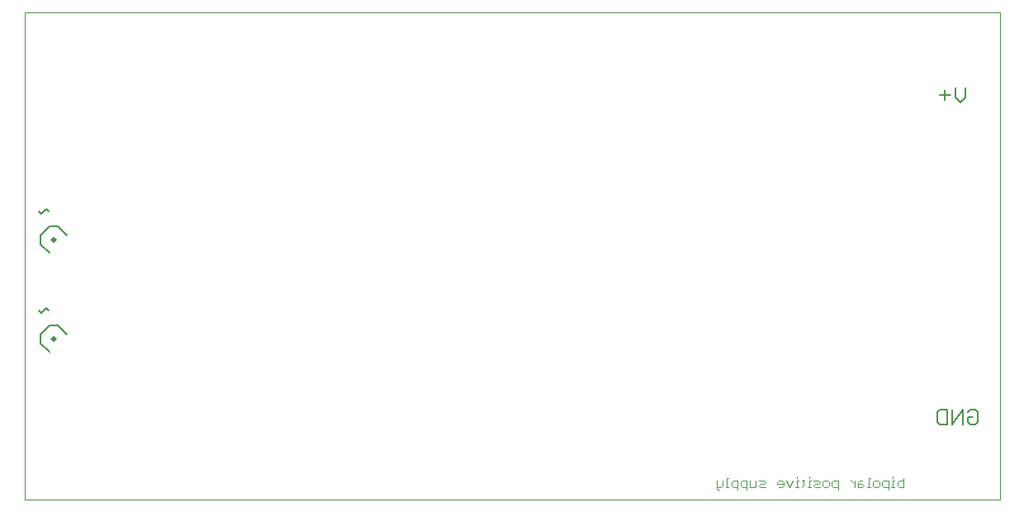
<source format=gbo>
G75*
%MOIN*%
%OFA0B0*%
%FSLAX25Y25*%
%IPPOS*%
%LPD*%
%AMOC8*
5,1,8,0,0,1.08239X$1,22.5*
%
%ADD10C,0.00300*%
%ADD11C,0.00500*%
%ADD12C,0.00000*%
%ADD13C,0.00800*%
%ADD14R,0.02000X0.02000*%
D10*
X0284369Y0012673D02*
X0284986Y0012055D01*
X0285603Y0012055D01*
X0284369Y0012673D02*
X0284369Y0015759D01*
X0286838Y0015759D02*
X0286838Y0013907D01*
X0286220Y0013290D01*
X0284369Y0013290D01*
X0288059Y0013290D02*
X0289293Y0013290D01*
X0288676Y0013290D02*
X0288676Y0016993D01*
X0289293Y0016993D01*
X0291125Y0015759D02*
X0290507Y0015141D01*
X0290507Y0013907D01*
X0291125Y0013290D01*
X0292976Y0013290D01*
X0292976Y0012055D02*
X0292976Y0015759D01*
X0291125Y0015759D01*
X0294190Y0015141D02*
X0294190Y0013907D01*
X0294808Y0013290D01*
X0296659Y0013290D01*
X0297874Y0013290D02*
X0297874Y0015759D01*
X0296659Y0015759D02*
X0294808Y0015759D01*
X0294190Y0015141D01*
X0296659Y0015759D02*
X0296659Y0012055D01*
X0297874Y0013290D02*
X0299725Y0013290D01*
X0300342Y0013907D01*
X0300342Y0015759D01*
X0301557Y0015759D02*
X0303408Y0015759D01*
X0304026Y0015141D01*
X0303408Y0014524D01*
X0302174Y0014524D01*
X0301557Y0013907D01*
X0302174Y0013290D01*
X0304026Y0013290D01*
X0308923Y0014524D02*
X0308923Y0015141D01*
X0309540Y0015759D01*
X0310775Y0015759D01*
X0311392Y0015141D01*
X0311392Y0013907D01*
X0310775Y0013290D01*
X0309540Y0013290D01*
X0308923Y0014524D02*
X0311392Y0014524D01*
X0312606Y0015759D02*
X0313841Y0013290D01*
X0315075Y0015759D01*
X0316913Y0015759D02*
X0316913Y0013290D01*
X0317530Y0013290D02*
X0316296Y0013290D01*
X0318751Y0013290D02*
X0319369Y0013907D01*
X0319369Y0016376D01*
X0319986Y0015759D02*
X0318751Y0015759D01*
X0317530Y0015759D02*
X0316913Y0015759D01*
X0316913Y0016993D02*
X0316913Y0017610D01*
X0321824Y0017610D02*
X0321824Y0016993D01*
X0321824Y0015759D02*
X0321824Y0013290D01*
X0322441Y0013290D02*
X0321207Y0013290D01*
X0323656Y0013907D02*
X0324273Y0014524D01*
X0325507Y0014524D01*
X0326124Y0015141D01*
X0325507Y0015759D01*
X0323656Y0015759D01*
X0322441Y0015759D02*
X0321824Y0015759D01*
X0323656Y0013907D02*
X0324273Y0013290D01*
X0326124Y0013290D01*
X0327339Y0013907D02*
X0327339Y0015141D01*
X0327956Y0015759D01*
X0329190Y0015759D01*
X0329808Y0015141D01*
X0329808Y0013907D01*
X0329190Y0013290D01*
X0327956Y0013290D01*
X0327339Y0013907D01*
X0331022Y0013907D02*
X0331022Y0015141D01*
X0331639Y0015759D01*
X0333491Y0015759D01*
X0333491Y0012055D01*
X0333491Y0013290D02*
X0331639Y0013290D01*
X0331022Y0013907D01*
X0338392Y0015759D02*
X0339009Y0015759D01*
X0340243Y0014524D01*
X0341457Y0014524D02*
X0343309Y0014524D01*
X0343926Y0013907D01*
X0343309Y0013290D01*
X0341457Y0013290D01*
X0341457Y0015141D01*
X0342075Y0015759D01*
X0343309Y0015759D01*
X0345764Y0016993D02*
X0345764Y0013290D01*
X0345147Y0013290D02*
X0346382Y0013290D01*
X0347596Y0013907D02*
X0347596Y0015141D01*
X0348213Y0015759D01*
X0349448Y0015759D01*
X0350065Y0015141D01*
X0350065Y0013907D01*
X0349448Y0013290D01*
X0348213Y0013290D01*
X0347596Y0013907D01*
X0346382Y0016993D02*
X0345764Y0016993D01*
X0340243Y0015759D02*
X0340243Y0013290D01*
X0351279Y0013907D02*
X0351896Y0013290D01*
X0353748Y0013290D01*
X0354969Y0013290D02*
X0356203Y0013290D01*
X0355586Y0013290D02*
X0355586Y0015759D01*
X0356203Y0015759D01*
X0357418Y0015141D02*
X0358035Y0015759D01*
X0359887Y0015759D01*
X0359887Y0016993D02*
X0359887Y0013290D01*
X0358035Y0013290D01*
X0357418Y0013907D01*
X0357418Y0015141D01*
X0355586Y0016993D02*
X0355586Y0017610D01*
X0353748Y0015759D02*
X0351896Y0015759D01*
X0351279Y0015141D01*
X0351279Y0013907D01*
X0353748Y0012055D02*
X0353748Y0015759D01*
D11*
X0374580Y0038390D02*
X0373562Y0039407D01*
X0373562Y0043477D01*
X0374580Y0044495D01*
X0377632Y0044495D01*
X0377632Y0038390D01*
X0374580Y0038390D01*
X0379639Y0038390D02*
X0379639Y0044495D01*
X0383709Y0044495D02*
X0379639Y0038390D01*
X0383709Y0038390D02*
X0383709Y0044495D01*
X0385716Y0043477D02*
X0386734Y0044495D01*
X0388769Y0044495D01*
X0389787Y0043477D01*
X0389787Y0039407D01*
X0388769Y0038390D01*
X0386734Y0038390D01*
X0385716Y0039407D01*
X0385716Y0041442D01*
X0387751Y0041442D01*
X0382751Y0168390D02*
X0380716Y0170425D01*
X0380716Y0174495D01*
X0378709Y0171442D02*
X0374639Y0171442D01*
X0376674Y0173477D02*
X0376674Y0169407D01*
X0382751Y0168390D02*
X0384787Y0170425D01*
X0384787Y0174495D01*
X0014787Y0124495D02*
X0013769Y0125513D01*
X0011734Y0123477D01*
X0010716Y0124495D01*
X0013769Y0085513D02*
X0011734Y0083477D01*
X0010716Y0084495D01*
X0013769Y0085513D02*
X0014787Y0084495D01*
D12*
X0005037Y0008140D02*
X0005037Y0204990D01*
X0398737Y0204990D01*
X0398737Y0008140D01*
X0005037Y0008140D01*
D13*
X0015080Y0067836D02*
X0011544Y0071372D01*
X0011544Y0074908D01*
X0015080Y0078443D01*
X0018615Y0078443D01*
X0022151Y0074908D01*
X0015080Y0107836D02*
X0011544Y0111372D01*
X0011544Y0114908D01*
X0015080Y0118443D01*
X0018615Y0118443D01*
X0022151Y0114908D01*
D14*
G36*
X0018262Y0113140D02*
X0016848Y0111726D01*
X0015434Y0113140D01*
X0016848Y0114554D01*
X0018262Y0113140D01*
G37*
G36*
X0018262Y0073140D02*
X0016848Y0071726D01*
X0015434Y0073140D01*
X0016848Y0074554D01*
X0018262Y0073140D01*
G37*
M02*

</source>
